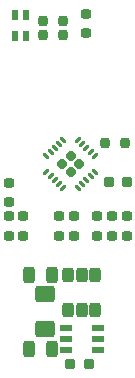
<source format=gbr>
%TF.GenerationSoftware,KiCad,Pcbnew,(6.0.2-0)*%
%TF.CreationDate,2022-03-04T11:33:52+00:00*%
%TF.ProjectId,Generic5,47656e65-7269-4633-952e-6b696361645f,1*%
%TF.SameCoordinates,Original*%
%TF.FileFunction,Paste,Bot*%
%TF.FilePolarity,Positive*%
%FSLAX46Y46*%
G04 Gerber Fmt 4.6, Leading zero omitted, Abs format (unit mm)*
G04 Created by KiCad (PCBNEW (6.0.2-0)) date 2022-03-04 11:33:52*
%MOMM*%
%LPD*%
G01*
G04 APERTURE LIST*
G04 Aperture macros list*
%AMRoundRect*
0 Rectangle with rounded corners*
0 $1 Rounding radius*
0 $2 $3 $4 $5 $6 $7 $8 $9 X,Y pos of 4 corners*
0 Add a 4 corners polygon primitive as box body*
4,1,4,$2,$3,$4,$5,$6,$7,$8,$9,$2,$3,0*
0 Add four circle primitives for the rounded corners*
1,1,$1+$1,$2,$3*
1,1,$1+$1,$4,$5*
1,1,$1+$1,$6,$7*
1,1,$1+$1,$8,$9*
0 Add four rect primitives between the rounded corners*
20,1,$1+$1,$2,$3,$4,$5,0*
20,1,$1+$1,$4,$5,$6,$7,0*
20,1,$1+$1,$6,$7,$8,$9,0*
20,1,$1+$1,$8,$9,$2,$3,0*%
G04 Aperture macros list end*
%ADD10RoundRect,0.220875X0.619125X-0.463125X0.619125X0.463125X-0.619125X0.463125X-0.619125X-0.463125X0*%
%ADD11RoundRect,0.250000X0.250000X-0.350000X0.250000X0.350000X-0.250000X0.350000X-0.250000X-0.350000X0*%
%ADD12R,1.056000X0.576000*%
%ADD13RoundRect,0.207000X-0.225000X-0.249000X0.225000X-0.249000X0.225000X0.249000X-0.225000X0.249000X0*%
%ADD14RoundRect,0.230000X0.250000X0.466000X-0.250000X0.466000X-0.250000X-0.466000X0.250000X-0.466000X0*%
%ADD15RoundRect,0.184000X0.272000X-0.200000X0.272000X0.200000X-0.272000X0.200000X-0.272000X-0.200000X0*%
%ADD16RoundRect,0.184000X-0.272000X0.200000X-0.272000X-0.200000X0.272000X-0.200000X0.272000X0.200000X0*%
%ADD17RoundRect,0.207000X0.225000X0.249000X-0.225000X0.249000X-0.225000X-0.249000X0.225000X-0.249000X0*%
%ADD18RoundRect,0.184000X0.200000X0.272000X-0.200000X0.272000X-0.200000X-0.272000X0.200000X-0.272000X0*%
%ADD19RoundRect,0.184000X-0.200000X-0.272000X0.200000X-0.272000X0.200000X0.272000X-0.200000X0.272000X0*%
%ADD20RoundRect,0.186000X0.267286X0.000000X0.000000X0.267286X-0.267286X0.000000X0.000000X-0.267286X0*%
%ADD21RoundRect,0.048500X0.253851X-0.152735X-0.152735X0.253851X-0.253851X0.152735X0.152735X-0.253851X0*%
%ADD22RoundRect,0.057500X0.241123X0.152735X0.152735X0.241123X-0.241123X-0.152735X-0.152735X-0.241123X0*%
%ADD23R,0.480000X0.816000*%
G04 APERTURE END LIST*
D10*
%TO.C,U3*%
X152330000Y-48502500D03*
D11*
X154300000Y-46900000D03*
X154300000Y-43900000D03*
X155450000Y-43900000D03*
D12*
X154150000Y-48350000D03*
X156850000Y-48350000D03*
D11*
X155450000Y-46900000D03*
X156600000Y-43900000D03*
D13*
X154475000Y-51400000D03*
D11*
X156600000Y-46900000D03*
D13*
X156025000Y-51400000D03*
D12*
X154150000Y-50250000D03*
X154150000Y-49300000D03*
D14*
X152900000Y-50150000D03*
D10*
X152330000Y-45537500D03*
D12*
X156850000Y-49300000D03*
D14*
X151000000Y-43900000D03*
X151000000Y-50150000D03*
X152900000Y-43900000D03*
D12*
X156850000Y-50250000D03*
%TD*%
D15*
%TO.C,R11*%
X149250000Y-40575000D03*
X149250000Y-38925000D03*
%TD*%
D16*
%TO.C,R10*%
X158000000Y-38925000D03*
X158000000Y-40575000D03*
%TD*%
D15*
%TO.C,R7*%
X153500000Y-40575000D03*
X153500000Y-38925000D03*
%TD*%
D16*
%TO.C,R4*%
X155800000Y-21775000D03*
X155800000Y-23425000D03*
%TD*%
D17*
%TO.C,C1*%
X159275000Y-36000000D03*
X157725000Y-36000000D03*
%TD*%
D18*
%TO.C,R1*%
X159075000Y-32750000D03*
X157425000Y-32750000D03*
%TD*%
D16*
%TO.C,R9*%
X159250000Y-38925000D03*
X159250000Y-40575000D03*
%TD*%
D19*
%TO.C,R3*%
X152175000Y-23600000D03*
X153825000Y-23600000D03*
%TD*%
D15*
%TO.C,R8*%
X154750000Y-40575000D03*
X154750000Y-38925000D03*
%TD*%
%TO.C,R12*%
X149250000Y-37750000D03*
X149250000Y-36100000D03*
%TD*%
%TO.C,R5*%
X150500000Y-40575000D03*
X150500000Y-38925000D03*
%TD*%
D19*
%TO.C,R2*%
X152175000Y-22400000D03*
X153825000Y-22400000D03*
%TD*%
D20*
%TO.C,U2*%
X155207107Y-34500000D03*
X153792893Y-34500000D03*
X154500000Y-35207107D03*
X154500000Y-33792893D03*
D21*
X156550610Y-35136396D03*
X156197056Y-35489949D03*
X155843503Y-35843503D03*
X155489949Y-36197056D03*
X155136396Y-36550610D03*
D22*
X153863604Y-36550610D03*
X153510051Y-36197056D03*
X153156497Y-35843503D03*
X152802944Y-35489949D03*
X152449390Y-35136396D03*
D21*
X152449390Y-33863604D03*
X152802944Y-33510051D03*
X153156497Y-33156497D03*
X153510051Y-32802944D03*
X153863604Y-32449390D03*
D22*
X155136396Y-32449390D03*
X155489949Y-32802944D03*
X155843503Y-33156497D03*
X156197056Y-33510051D03*
X156550610Y-33863604D03*
%TD*%
D16*
%TO.C,R6*%
X156750000Y-38925000D03*
X156750000Y-40575000D03*
%TD*%
D23*
%TO.C,D1*%
X149750000Y-21875000D03*
X149750000Y-23625000D03*
X150750000Y-23625000D03*
X150750000Y-21875000D03*
%TD*%
M02*

</source>
